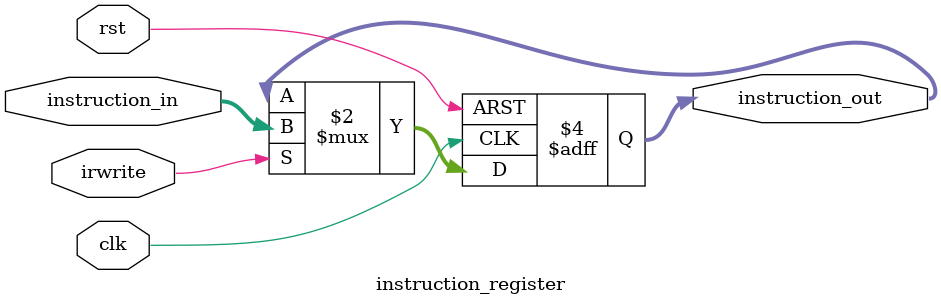
<source format=v>

module instruction_memory( input rst,input [7:0] address, input memread,output reg [7:0] instruction);
reg [7:0] memory [255:0];
always@(*) begin 
    if(rst) begin
        instruction <= 8'b00000000;
    end
    else if(memread) begin
        instruction <= memory[address];
    end
end
endmodule

module instruction_register(input clk, input rst, input irwrite, input [7:0] instruction_in, output reg [7:0] instruction_out);

always@(posedge clk or posedge rst) begin
    if(rst) begin
        instruction_out <= 8'b00000000;
    end
    else if(irwrite) begin
        instruction_out <= instruction_in;
    end
end
endmodule

</source>
